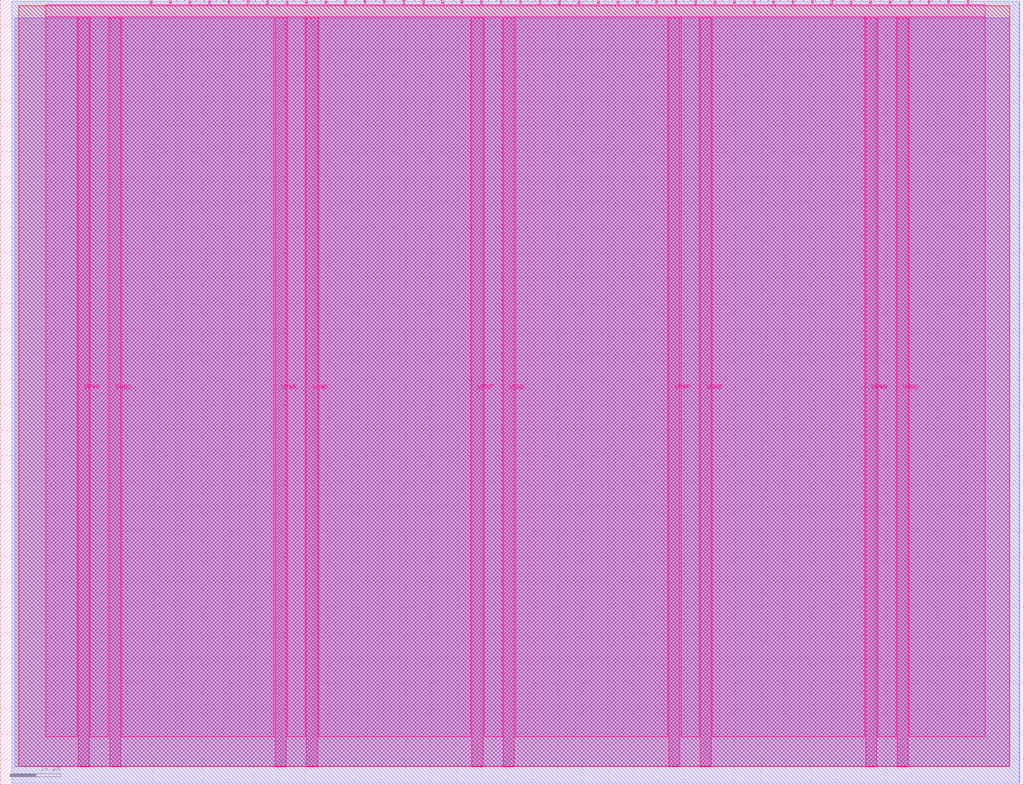
<source format=lef>
VERSION 5.7 ;
  NOWIREEXTENSIONATPIN ON ;
  DIVIDERCHAR "/" ;
  BUSBITCHARS "[]" ;
MACRO tt_um_ihp_logo_screensaver
  CLASS BLOCK ;
  FOREIGN tt_um_ihp_logo_screensaver ;
  ORIGIN 0.000 0.000 ;
  SIZE 202.080 BY 154.980 ;
  PIN VGND
    DIRECTION INOUT ;
    USE GROUND ;
    PORT
      LAYER Metal5 ;
        RECT 21.580 3.560 23.780 151.420 ;
    END
    PORT
      LAYER Metal5 ;
        RECT 60.450 3.560 62.650 151.420 ;
    END
    PORT
      LAYER Metal5 ;
        RECT 99.320 3.560 101.520 151.420 ;
    END
    PORT
      LAYER Metal5 ;
        RECT 138.190 3.560 140.390 151.420 ;
    END
    PORT
      LAYER Metal5 ;
        RECT 177.060 3.560 179.260 151.420 ;
    END
  END VGND
  PIN VPWR
    DIRECTION INOUT ;
    USE POWER ;
    PORT
      LAYER Metal5 ;
        RECT 15.380 3.560 17.580 151.420 ;
    END
    PORT
      LAYER Metal5 ;
        RECT 54.250 3.560 56.450 151.420 ;
    END
    PORT
      LAYER Metal5 ;
        RECT 93.120 3.560 95.320 151.420 ;
    END
    PORT
      LAYER Metal5 ;
        RECT 131.990 3.560 134.190 151.420 ;
    END
    PORT
      LAYER Metal5 ;
        RECT 170.860 3.560 173.060 151.420 ;
    END
  END VPWR
  PIN clk
    DIRECTION INPUT ;
    USE SIGNAL ;
    ANTENNAGATEAREA 0.213200 ;
    PORT
      LAYER Metal5 ;
        RECT 187.050 153.980 187.350 154.980 ;
    END
  END clk
  PIN ena
    DIRECTION INPUT ;
    USE SIGNAL ;
    PORT
      LAYER Metal5 ;
        RECT 190.890 153.980 191.190 154.980 ;
    END
  END ena
  PIN rst_n
    DIRECTION INPUT ;
    USE SIGNAL ;
    ANTENNAGATEAREA 0.842400 ;
    PORT
      LAYER Metal5 ;
        RECT 183.210 153.980 183.510 154.980 ;
    END
  END rst_n
  PIN ui_in[0]
    DIRECTION INPUT ;
    USE SIGNAL ;
    ANTENNAGATEAREA 0.213200 ;
    PORT
      LAYER Metal5 ;
        RECT 179.370 153.980 179.670 154.980 ;
    END
  END ui_in[0]
  PIN ui_in[1]
    DIRECTION INPUT ;
    USE SIGNAL ;
    ANTENNAGATEAREA 0.213200 ;
    PORT
      LAYER Metal5 ;
        RECT 175.530 153.980 175.830 154.980 ;
    END
  END ui_in[1]
  PIN ui_in[2]
    DIRECTION INPUT ;
    USE SIGNAL ;
    ANTENNAGATEAREA 0.213200 ;
    PORT
      LAYER Metal5 ;
        RECT 171.690 153.980 171.990 154.980 ;
    END
  END ui_in[2]
  PIN ui_in[3]
    DIRECTION INPUT ;
    USE SIGNAL ;
    PORT
      LAYER Metal5 ;
        RECT 167.850 153.980 168.150 154.980 ;
    END
  END ui_in[3]
  PIN ui_in[4]
    DIRECTION INPUT ;
    USE SIGNAL ;
    ANTENNAGATEAREA 0.180700 ;
    PORT
      LAYER Metal5 ;
        RECT 164.010 153.980 164.310 154.980 ;
    END
  END ui_in[4]
  PIN ui_in[5]
    DIRECTION INPUT ;
    USE SIGNAL ;
    ANTENNAGATEAREA 0.180700 ;
    PORT
      LAYER Metal5 ;
        RECT 160.170 153.980 160.470 154.980 ;
    END
  END ui_in[5]
  PIN ui_in[6]
    DIRECTION INPUT ;
    USE SIGNAL ;
    ANTENNAGATEAREA 0.180700 ;
    PORT
      LAYER Metal5 ;
        RECT 156.330 153.980 156.630 154.980 ;
    END
  END ui_in[6]
  PIN ui_in[7]
    DIRECTION INPUT ;
    USE SIGNAL ;
    PORT
      LAYER Metal5 ;
        RECT 152.490 153.980 152.790 154.980 ;
    END
  END ui_in[7]
  PIN uio_in[0]
    DIRECTION INPUT ;
    USE SIGNAL ;
    PORT
      LAYER Metal5 ;
        RECT 148.650 153.980 148.950 154.980 ;
    END
  END uio_in[0]
  PIN uio_in[1]
    DIRECTION INPUT ;
    USE SIGNAL ;
    PORT
      LAYER Metal5 ;
        RECT 144.810 153.980 145.110 154.980 ;
    END
  END uio_in[1]
  PIN uio_in[2]
    DIRECTION INPUT ;
    USE SIGNAL ;
    PORT
      LAYER Metal5 ;
        RECT 140.970 153.980 141.270 154.980 ;
    END
  END uio_in[2]
  PIN uio_in[3]
    DIRECTION INPUT ;
    USE SIGNAL ;
    PORT
      LAYER Metal5 ;
        RECT 137.130 153.980 137.430 154.980 ;
    END
  END uio_in[3]
  PIN uio_in[4]
    DIRECTION INPUT ;
    USE SIGNAL ;
    PORT
      LAYER Metal5 ;
        RECT 133.290 153.980 133.590 154.980 ;
    END
  END uio_in[4]
  PIN uio_in[5]
    DIRECTION INPUT ;
    USE SIGNAL ;
    PORT
      LAYER Metal5 ;
        RECT 129.450 153.980 129.750 154.980 ;
    END
  END uio_in[5]
  PIN uio_in[6]
    DIRECTION INPUT ;
    USE SIGNAL ;
    PORT
      LAYER Metal5 ;
        RECT 125.610 153.980 125.910 154.980 ;
    END
  END uio_in[6]
  PIN uio_in[7]
    DIRECTION INPUT ;
    USE SIGNAL ;
    PORT
      LAYER Metal5 ;
        RECT 121.770 153.980 122.070 154.980 ;
    END
  END uio_in[7]
  PIN uio_oe[0]
    DIRECTION OUTPUT ;
    USE SIGNAL ;
    ANTENNADIFFAREA 0.299200 ;
    PORT
      LAYER Metal5 ;
        RECT 56.490 153.980 56.790 154.980 ;
    END
  END uio_oe[0]
  PIN uio_oe[1]
    DIRECTION OUTPUT ;
    USE SIGNAL ;
    ANTENNADIFFAREA 0.299200 ;
    PORT
      LAYER Metal5 ;
        RECT 52.650 153.980 52.950 154.980 ;
    END
  END uio_oe[1]
  PIN uio_oe[2]
    DIRECTION OUTPUT ;
    USE SIGNAL ;
    ANTENNADIFFAREA 0.299200 ;
    PORT
      LAYER Metal5 ;
        RECT 48.810 153.980 49.110 154.980 ;
    END
  END uio_oe[2]
  PIN uio_oe[3]
    DIRECTION OUTPUT ;
    USE SIGNAL ;
    ANTENNADIFFAREA 0.299200 ;
    PORT
      LAYER Metal5 ;
        RECT 44.970 153.980 45.270 154.980 ;
    END
  END uio_oe[3]
  PIN uio_oe[4]
    DIRECTION OUTPUT ;
    USE SIGNAL ;
    ANTENNADIFFAREA 0.299200 ;
    PORT
      LAYER Metal5 ;
        RECT 41.130 153.980 41.430 154.980 ;
    END
  END uio_oe[4]
  PIN uio_oe[5]
    DIRECTION OUTPUT ;
    USE SIGNAL ;
    ANTENNADIFFAREA 0.299200 ;
    PORT
      LAYER Metal5 ;
        RECT 37.290 153.980 37.590 154.980 ;
    END
  END uio_oe[5]
  PIN uio_oe[6]
    DIRECTION OUTPUT ;
    USE SIGNAL ;
    ANTENNADIFFAREA 0.299200 ;
    PORT
      LAYER Metal5 ;
        RECT 33.450 153.980 33.750 154.980 ;
    END
  END uio_oe[6]
  PIN uio_oe[7]
    DIRECTION OUTPUT ;
    USE SIGNAL ;
    ANTENNADIFFAREA 0.299200 ;
    PORT
      LAYER Metal5 ;
        RECT 29.610 153.980 29.910 154.980 ;
    END
  END uio_oe[7]
  PIN uio_out[0]
    DIRECTION OUTPUT ;
    USE SIGNAL ;
    ANTENNADIFFAREA 0.299200 ;
    PORT
      LAYER Metal5 ;
        RECT 87.210 153.980 87.510 154.980 ;
    END
  END uio_out[0]
  PIN uio_out[1]
    DIRECTION OUTPUT ;
    USE SIGNAL ;
    ANTENNADIFFAREA 0.299200 ;
    PORT
      LAYER Metal5 ;
        RECT 83.370 153.980 83.670 154.980 ;
    END
  END uio_out[1]
  PIN uio_out[2]
    DIRECTION OUTPUT ;
    USE SIGNAL ;
    ANTENNADIFFAREA 0.299200 ;
    PORT
      LAYER Metal5 ;
        RECT 79.530 153.980 79.830 154.980 ;
    END
  END uio_out[2]
  PIN uio_out[3]
    DIRECTION OUTPUT ;
    USE SIGNAL ;
    ANTENNADIFFAREA 0.299200 ;
    PORT
      LAYER Metal5 ;
        RECT 75.690 153.980 75.990 154.980 ;
    END
  END uio_out[3]
  PIN uio_out[4]
    DIRECTION OUTPUT ;
    USE SIGNAL ;
    ANTENNADIFFAREA 0.299200 ;
    PORT
      LAYER Metal5 ;
        RECT 71.850 153.980 72.150 154.980 ;
    END
  END uio_out[4]
  PIN uio_out[5]
    DIRECTION OUTPUT ;
    USE SIGNAL ;
    ANTENNADIFFAREA 0.299200 ;
    PORT
      LAYER Metal5 ;
        RECT 68.010 153.980 68.310 154.980 ;
    END
  END uio_out[5]
  PIN uio_out[6]
    DIRECTION OUTPUT ;
    USE SIGNAL ;
    ANTENNADIFFAREA 0.299200 ;
    PORT
      LAYER Metal5 ;
        RECT 64.170 153.980 64.470 154.980 ;
    END
  END uio_out[6]
  PIN uio_out[7]
    DIRECTION OUTPUT ;
    USE SIGNAL ;
    ANTENNADIFFAREA 0.299200 ;
    PORT
      LAYER Metal5 ;
        RECT 60.330 153.980 60.630 154.980 ;
    END
  END uio_out[7]
  PIN uo_out[0]
    DIRECTION OUTPUT ;
    USE SIGNAL ;
    ANTENNADIFFAREA 0.632400 ;
    PORT
      LAYER Metal5 ;
        RECT 117.930 153.980 118.230 154.980 ;
    END
  END uo_out[0]
  PIN uo_out[1]
    DIRECTION OUTPUT ;
    USE SIGNAL ;
    ANTENNADIFFAREA 0.632400 ;
    PORT
      LAYER Metal5 ;
        RECT 114.090 153.980 114.390 154.980 ;
    END
  END uo_out[1]
  PIN uo_out[2]
    DIRECTION OUTPUT ;
    USE SIGNAL ;
    ANTENNADIFFAREA 0.632400 ;
    PORT
      LAYER Metal5 ;
        RECT 110.250 153.980 110.550 154.980 ;
    END
  END uo_out[2]
  PIN uo_out[3]
    DIRECTION OUTPUT ;
    USE SIGNAL ;
    ANTENNADIFFAREA 0.654800 ;
    PORT
      LAYER Metal5 ;
        RECT 106.410 153.980 106.710 154.980 ;
    END
  END uo_out[3]
  PIN uo_out[4]
    DIRECTION OUTPUT ;
    USE SIGNAL ;
    ANTENNADIFFAREA 0.632400 ;
    PORT
      LAYER Metal5 ;
        RECT 102.570 153.980 102.870 154.980 ;
    END
  END uo_out[4]
  PIN uo_out[5]
    DIRECTION OUTPUT ;
    USE SIGNAL ;
    ANTENNADIFFAREA 0.632400 ;
    PORT
      LAYER Metal5 ;
        RECT 98.730 153.980 99.030 154.980 ;
    END
  END uo_out[5]
  PIN uo_out[6]
    DIRECTION OUTPUT ;
    USE SIGNAL ;
    ANTENNADIFFAREA 0.632400 ;
    PORT
      LAYER Metal5 ;
        RECT 94.890 153.980 95.190 154.980 ;
    END
  END uo_out[6]
  PIN uo_out[7]
    DIRECTION OUTPUT ;
    USE SIGNAL ;
    ANTENNADIFFAREA 0.654800 ;
    PORT
      LAYER Metal5 ;
        RECT 91.050 153.980 91.350 154.980 ;
    END
  END uo_out[7]
  OBS
      LAYER GatPoly ;
        RECT 2.880 3.630 199.200 151.350 ;
      LAYER Metal1 ;
        RECT 2.880 3.560 199.200 151.420 ;
      LAYER Metal2 ;
        RECT 2.255 0.320 201.265 154.660 ;
      LAYER Metal3 ;
        RECT 2.300 0.275 201.220 154.705 ;
      LAYER Metal4 ;
        RECT 3.695 3.680 199.345 153.820 ;
      LAYER Metal5 ;
        RECT 9.020 153.770 29.400 153.980 ;
        RECT 30.120 153.770 33.240 153.980 ;
        RECT 33.960 153.770 37.080 153.980 ;
        RECT 37.800 153.770 40.920 153.980 ;
        RECT 41.640 153.770 44.760 153.980 ;
        RECT 45.480 153.770 48.600 153.980 ;
        RECT 49.320 153.770 52.440 153.980 ;
        RECT 53.160 153.770 56.280 153.980 ;
        RECT 57.000 153.770 60.120 153.980 ;
        RECT 60.840 153.770 63.960 153.980 ;
        RECT 64.680 153.770 67.800 153.980 ;
        RECT 68.520 153.770 71.640 153.980 ;
        RECT 72.360 153.770 75.480 153.980 ;
        RECT 76.200 153.770 79.320 153.980 ;
        RECT 80.040 153.770 83.160 153.980 ;
        RECT 83.880 153.770 87.000 153.980 ;
        RECT 87.720 153.770 90.840 153.980 ;
        RECT 91.560 153.770 94.680 153.980 ;
        RECT 95.400 153.770 98.520 153.980 ;
        RECT 99.240 153.770 102.360 153.980 ;
        RECT 103.080 153.770 106.200 153.980 ;
        RECT 106.920 153.770 110.040 153.980 ;
        RECT 110.760 153.770 113.880 153.980 ;
        RECT 114.600 153.770 117.720 153.980 ;
        RECT 118.440 153.770 121.560 153.980 ;
        RECT 122.280 153.770 125.400 153.980 ;
        RECT 126.120 153.770 129.240 153.980 ;
        RECT 129.960 153.770 133.080 153.980 ;
        RECT 133.800 153.770 136.920 153.980 ;
        RECT 137.640 153.770 140.760 153.980 ;
        RECT 141.480 153.770 144.600 153.980 ;
        RECT 145.320 153.770 148.440 153.980 ;
        RECT 149.160 153.770 152.280 153.980 ;
        RECT 153.000 153.770 156.120 153.980 ;
        RECT 156.840 153.770 159.960 153.980 ;
        RECT 160.680 153.770 163.800 153.980 ;
        RECT 164.520 153.770 167.640 153.980 ;
        RECT 168.360 153.770 171.480 153.980 ;
        RECT 172.200 153.770 175.320 153.980 ;
        RECT 176.040 153.770 179.160 153.980 ;
        RECT 179.880 153.770 183.000 153.980 ;
        RECT 183.720 153.770 186.840 153.980 ;
        RECT 187.560 153.770 190.680 153.980 ;
        RECT 191.400 153.770 194.500 153.980 ;
        RECT 9.020 151.630 194.500 153.770 ;
        RECT 9.020 9.515 15.170 151.630 ;
        RECT 17.790 9.515 21.370 151.630 ;
        RECT 23.990 9.515 54.040 151.630 ;
        RECT 56.660 9.515 60.240 151.630 ;
        RECT 62.860 9.515 92.910 151.630 ;
        RECT 95.530 9.515 99.110 151.630 ;
        RECT 101.730 9.515 131.780 151.630 ;
        RECT 134.400 9.515 137.980 151.630 ;
        RECT 140.600 9.515 170.650 151.630 ;
        RECT 173.270 9.515 176.850 151.630 ;
        RECT 179.470 9.515 194.500 151.630 ;
  END
END tt_um_ihp_logo_screensaver
END LIBRARY


</source>
